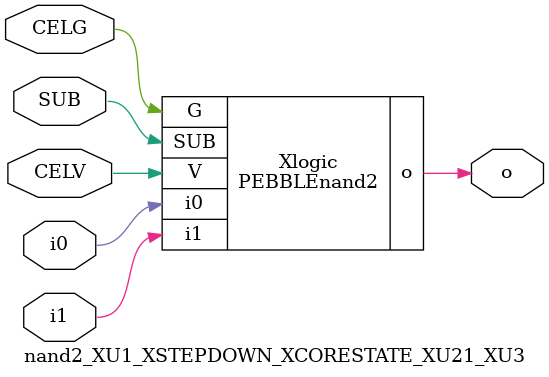
<source format=v>



module PEBBLEnand2 ( o, G, SUB, V, i0, i1 );

  input i0;
  input V;
  input i1;
  input G;
  output o;
  input SUB;
endmodule

//Celera Confidential Do Not Copy nand2_XU1_XSTEPDOWN_XCORESTATE_XU21_XU3
//Celera Confidential Symbol Generator
//5V NAND2
module nand2_XU1_XSTEPDOWN_XCORESTATE_XU21_XU3 (CELV,CELG,i0,i1,o,SUB);
input CELV;
input CELG;
input i0;
input i1;
input SUB;
output o;

//Celera Confidential Do Not Copy nand2
PEBBLEnand2 Xlogic(
.V (CELV),
.i0 (i0),
.i1 (i1),
.o (o),
.SUB (SUB),
.G (CELG)
);
//,diesize,PEBBLEnand2

//Celera Confidential Do Not Copy Module End
//Celera Schematic Generator
endmodule

</source>
